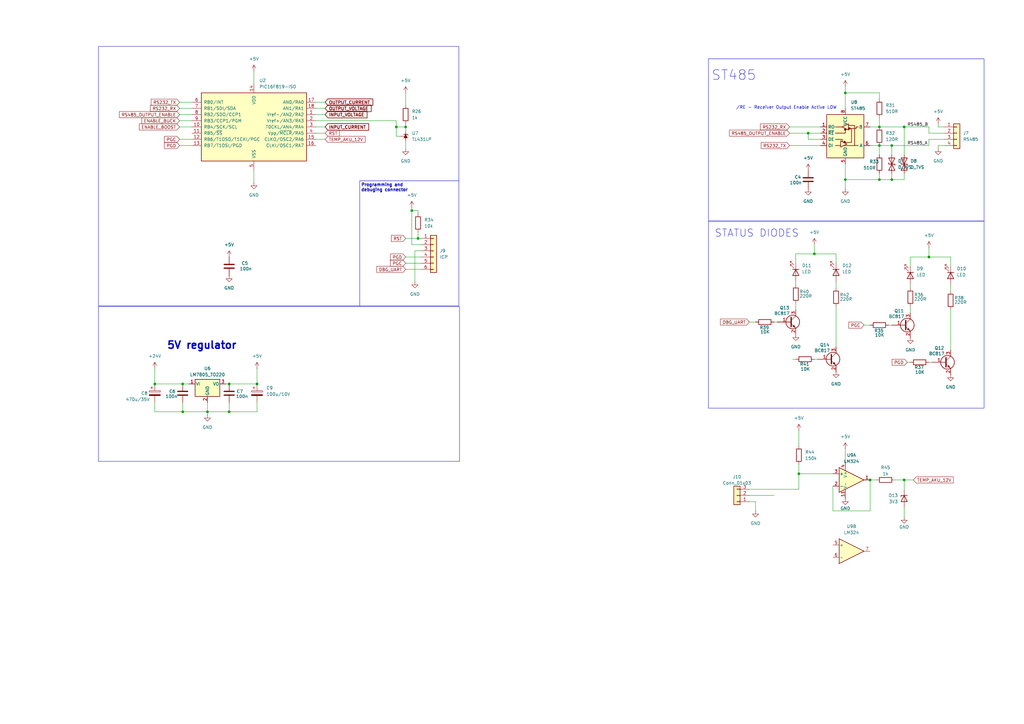
<source format=kicad_sch>
(kicad_sch (version 20231120) (generator "eeschema") (generator_version "8.0")
  (paper "A3")
  (lib_symbols
    (symbol "Amplifier_Operational:LM324" (pin_names (offset 0.127))
      (property "Reference" "U" (at 0 5.08 0))
      (property "Value" "LM324" (at 0 -5.08 0))
      (symbol "LM324_1_1"
        (polyline (pts (xy -5.08 5.08) (xy 5.08 0) (xy -5.08 -5.08) (xy -5.08 5.08)) (stroke (width 0.254)) (fill (type background)))
        (pin output line (at 7.62 0 180) (length 2.54) (name "~") (number "1"))
        (pin input line (at -7.62 -2.54 0) (length 2.54) (name "-") (number "2"))
        (pin input line (at -7.62 2.54 0) (length 2.54) (name "+") (number "3"))
      )
      (symbol "LM324_2_1"
        (polyline (pts (xy -5.08 5.08) (xy 5.08 0) (xy -5.08 -5.08) (xy -5.08 5.08)) (stroke (width 0.254)) (fill (type background)))
        (pin input line (at -7.62 2.54 0) (length 2.54) (name "+") (number "5"))
        (pin input line (at -7.62 -2.54 0) (length 2.54) (name "-") (number "6"))
        (pin output line (at 7.62 0 180) (length 2.54) (name "~") (number "7"))
      )
      (symbol "LM324_3_1"
        (polyline (pts (xy -5.08 5.08) (xy 5.08 0) (xy -5.08 -5.08) (xy -5.08 5.08)) (stroke (width 0.254)) (fill (type background)))
        (pin input line (at -7.62 2.54 0) (length 2.54) (name "+") (number "10"))
        (pin output line (at 7.62 0 180) (length 2.54) (name "~") (number "8"))
        (pin input line (at -7.62 -2.54 0) (length 2.54) (name "-") (number "9"))
      )
      (symbol "LM324_4_1"
        (polyline (pts (xy -5.08 5.08) (xy 5.08 0) (xy -5.08 -5.08) (xy -5.08 5.08)) (stroke (width 0.254)) (fill (type background)))
        (pin input line (at -7.62 2.54 0) (length 2.54) (name "+") (number "12"))
        (pin input line (at -7.62 -2.54 0) (length 2.54) (name "-") (number "13"))
        (pin output line (at 7.62 0 180) (length 2.54) (name "~") (number "14"))
      )
      (symbol "LM324_5_1"
        (pin power_in line (at -2.54 -7.62 90) (length 3.81) (name "V-") (number "11"))
        (pin power_in line (at -2.54 7.62 270) (length 3.81) (name "V+") (number "4"))
      )
    )
    (symbol "Connector_Generic:Conn_01x03" (pin_names (offset 1.016) hide)
      (property "Reference" "J" (at 0 5.08 0))
      (property "Value" "Conn_01x03" (at 0 -5.08 0))
      (symbol "Conn_01x03_1_1"
        (rectangle (start -1.27 -2.413) (end 0 -2.667) (stroke (width 0.1524)))
        (rectangle (start -1.27 0.127) (end 0 -0.127) (stroke (width 0.1524)))
        (rectangle (start -1.27 2.667) (end 0 2.413) (stroke (width 0.1524)))
        (rectangle (start -1.27 3.81) (end 1.27 -3.81) (stroke (width 0.254)) (fill (type background)))
        (pin passive line (at -5.08 2.54 0) (length 3.81) (name "Pin_1") (number "1"))
        (pin passive line (at -5.08 0 0) (length 3.81) (name "Pin_2") (number "2"))
        (pin passive line (at -5.08 -2.54 0) (length 3.81) (name "Pin_3") (number "3"))
      )
    )
    (symbol "Connector_Generic:Conn_01x04" (pin_names (offset 1.016) hide)
      (property "Reference" "J" (at 0 5.08 0))
      (property "Value" "Conn_01x04" (at 0 -7.62 0))
      (symbol "Conn_01x04_1_1"
        (rectangle (start -1.27 -4.953) (end 0 -5.207) (stroke (width 0.1524)))
        (rectangle (start -1.27 -2.413) (end 0 -2.667) (stroke (width 0.1524)))
        (rectangle (start -1.27 0.127) (end 0 -0.127) (stroke (width 0.1524)))
        (rectangle (start -1.27 2.667) (end 0 2.413) (stroke (width 0.1524)))
        (rectangle (start -1.27 3.81) (end 1.27 -6.35) (stroke (width 0.254)) (fill (type background)))
        (pin passive line (at -5.08 2.54 0) (length 3.81) (name "Pin_1") (number "1"))
        (pin passive line (at -5.08 0 0) (length 3.81) (name "Pin_2") (number "2"))
        (pin passive line (at -5.08 -2.54 0) (length 3.81) (name "Pin_3") (number "3"))
        (pin passive line (at -5.08 -5.08 0) (length 3.81) (name "Pin_4") (number "4"))
      )
    )
    (symbol "Connector_Generic:Conn_01x06" (pin_names (offset 1.016) hide)
      (property "Reference" "J" (at 0 7.62 0))
      (property "Value" "Conn_01x06" (at 0 -10.16 0))
      (symbol "Conn_01x06_1_1"
        (rectangle (start -1.27 -7.493) (end 0 -7.747) (stroke (width 0.1524)))
        (rectangle (start -1.27 -4.953) (end 0 -5.207) (stroke (width 0.1524)))
        (rectangle (start -1.27 -2.413) (end 0 -2.667) (stroke (width 0.1524)))
        (rectangle (start -1.27 0.127) (end 0 -0.127) (stroke (width 0.1524)))
        (rectangle (start -1.27 2.667) (end 0 2.413) (stroke (width 0.1524)))
        (rectangle (start -1.27 5.207) (end 0 4.953) (stroke (width 0.1524)))
        (rectangle (start -1.27 6.35) (end 1.27 -8.89) (stroke (width 0.254)) (fill (type background)))
        (pin passive line (at -5.08 5.08 0) (length 3.81) (name "Pin_1") (number "1"))
        (pin passive line (at -5.08 2.54 0) (length 3.81) (name "Pin_2") (number "2"))
        (pin passive line (at -5.08 0 0) (length 3.81) (name "Pin_3") (number "3"))
        (pin passive line (at -5.08 -2.54 0) (length 3.81) (name "Pin_4") (number "4"))
        (pin passive line (at -5.08 -5.08 0) (length 3.81) (name "Pin_5") (number "5"))
        (pin passive line (at -5.08 -7.62 0) (length 3.81) (name "Pin_6") (number "6"))
      )
    )
    (symbol "Device:C" (pin_numbers hide) (pin_names (offset 0.254))
      (property "Reference" "C" (at 0.635 2.54 0))
      (property "Value" "C" (at 0.635 -2.54 0))
      (symbol "C_0_1"
        (polyline (pts (xy -2.032 -0.762) (xy 2.032 -0.762)) (stroke (width 0.508)))
        (polyline (pts (xy -2.032 0.762) (xy 2.032 0.762)) (stroke (width 0.508)))
      )
      (symbol "C_1_1"
        (pin passive line (at 0 3.81 270) (length 2.794) (name "~") (number "1"))
        (pin passive line (at 0 -3.81 90) (length 2.794) (name "~") (number "2"))
      )
    )
    (symbol "Device:C_Polarized" (pin_numbers hide) (pin_names (offset 0.254))
      (property "Reference" "C" (at 0.635 2.54 0))
      (property "Value" "C_Polarized" (at 0.635 -2.54 0))
      (symbol "C_Polarized_0_1"
        (rectangle (start -2.286 0.508) (end 2.286 1.016))
        (polyline (pts (xy -1.778 2.286) (xy -0.762 2.286)))
        (polyline (pts (xy -1.27 2.794) (xy -1.27 1.778)))
        (rectangle (start 2.286 -0.508) (end -2.286 -1.016) (fill (type outline)))
      )
      (symbol "C_Polarized_1_1"
        (pin passive line (at 0 3.81 270) (length 2.794) (name "~") (number "1"))
        (pin passive line (at 0 -3.81 90) (length 2.794) (name "~") (number "2"))
      )
    )
    (symbol "Device:D_TVS" (pin_numbers hide) (pin_names (offset 1.016) hide)
      (property "Reference" "D" (at 0 2.54 0))
      (property "Value" "D_TVS" (at 0 -2.54 0))
      (symbol "D_TVS_0_1"
        (polyline (pts (xy 1.27 0) (xy -1.27 0)))
        (polyline (pts (xy 0.508 1.27) (xy 0 1.27) (xy 0 -1.27) (xy -0.508 -1.27)) (stroke (width 0.254)))
        (polyline (pts (xy -2.54 1.27) (xy -2.54 -1.27) (xy 2.54 1.27) (xy 2.54 -1.27) (xy -2.54 1.27)) (stroke (width 0.254)))
      )
      (symbol "D_TVS_1_1"
        (pin passive line (at -3.81 0 0) (length 2.54) (name "A1") (number "1"))
        (pin passive line (at 3.81 0 180) (length 2.54) (name "A2") (number "2"))
      )
    )
    (symbol "Device:D_Zener" (pin_numbers hide) (pin_names (offset 1.016) hide)
      (property "Reference" "D" (at 0 2.54 0))
      (property "Value" "D_Zener" (at 0 -2.54 0))
      (symbol "D_Zener_0_1"
        (polyline (pts (xy 1.27 0) (xy -1.27 0)))
        (polyline (pts (xy -1.27 -1.27) (xy -1.27 1.27) (xy -0.762 1.27)) (stroke (width 0.254)))
        (polyline (pts (xy 1.27 -1.27) (xy 1.27 1.27) (xy -1.27 0) (xy 1.27 -1.27)) (stroke (width 0.254)))
      )
      (symbol "D_Zener_1_1"
        (pin passive line (at -3.81 0 0) (length 2.54) (name "K") (number "1"))
        (pin passive line (at 3.81 0 180) (length 2.54) (name "A") (number "2"))
      )
    )
    (symbol "Device:LED" (pin_numbers hide) (pin_names (offset 1.016) hide)
      (property "Reference" "D" (at 0 2.54 0))
      (property "Value" "LED" (at 0 -2.54 0))
      (symbol "LED_0_1"
        (polyline (pts (xy -1.27 -1.27) (xy -1.27 1.27)) (stroke (width 0.254)))
        (polyline (pts (xy -1.27 0) (xy 1.27 0)))
        (polyline (pts (xy 1.27 -1.27) (xy 1.27 1.27) (xy -1.27 0) (xy 1.27 -1.27)) (stroke (width 0.254)))
        (polyline (pts (xy -3.048 -0.762) (xy -4.572 -2.286) (xy -3.81 -2.286) (xy -4.572 -2.286) (xy -4.572 -1.524)))
        (polyline (pts (xy -1.778 -0.762) (xy -3.302 -2.286) (xy -2.54 -2.286) (xy -3.302 -2.286) (xy -3.302 -1.524)))
      )
      (symbol "LED_1_1"
        (pin passive line (at -3.81 0 0) (length 2.54) (name "K") (number "1"))
        (pin passive line (at 3.81 0 180) (length 2.54) (name "A") (number "2"))
      )
    )
    (symbol "Device:R" (pin_numbers hide) (pin_names (offset 0))
      (property "Reference" "R" (at 2.032 0 90))
      (property "Value" "R" (at 0 0 90))
      (symbol "R_0_1"
        (rectangle (start -1.016 -2.54) (end 1.016 2.54) (stroke (width 0.254)))
      )
      (symbol "R_1_1"
        (pin passive line (at 0 3.81 270) (length 1.27) (name "~") (number "1"))
        (pin passive line (at 0 -3.81 90) (length 1.27) (name "~") (number "2"))
      )
    )
    (symbol "Interface_UART:ST485EBDR"
      (property "Reference" "U" (at -6.35 8.89 0))
      (property "Value" "ST485EBDR" (at 1.27 8.89 0))
      (symbol "ST485EBDR_0_1"
        (rectangle (start -7.62 7.62) (end 7.62 -10.16) (stroke (width 0.254)) (fill (type background)))
        (circle (center -0.3048 -3.683) (radius 0.3556) (stroke (width 0.254)) (fill (type outline)))
        (circle (center -0.0254 1.4986) (radius 0.3556) (stroke (width 0.254)) (fill (type outline)))
        (polyline (pts (xy -4.064 -5.08) (xy -1.905 -5.08)) (stroke (width 0.254)))
        (polyline (pts (xy -4.064 2.54) (xy -1.27 2.54)) (stroke (width 0.254)))
        (polyline (pts (xy -1.27 -3.2004) (xy -1.27 -3.4544)) (stroke (width 0.254)))
        (polyline (pts (xy -0.635 -5.08) (xy 5.334 -5.08)) (stroke (width 0.254)))
        (polyline (pts (xy -4.064 -2.54) (xy -1.27 -2.54) (xy -1.27 -3.175)) (stroke (width 0.254)))
        (polyline (pts (xy 0 1.27) (xy 0 0) (xy -4.064 0)) (stroke (width 0.254)))
        (polyline (pts (xy 1.27 3.175) (xy 3.81 3.175) (xy 3.81 -5.08)) (stroke (width 0.254)))
        (polyline (pts (xy 2.54 1.905) (xy 2.54 -3.81) (xy 0 -3.81)) (stroke (width 0.254)))
        (polyline (pts (xy -1.905 -3.175) (xy -1.905 -5.715) (xy 0.635 -4.445) (xy -1.905 -3.175)) (stroke (width 0.254)))
        (polyline (pts (xy -1.27 2.54) (xy 1.27 3.81) (xy 1.27 1.27) (xy -1.27 2.54)) (stroke (width 0.254)))
        (polyline (pts (xy 1.905 1.905) (xy 4.445 1.905) (xy 4.445 2.54) (xy 5.334 2.54)) (stroke (width 0.254)))
        (rectangle (start 1.27 3.175) (end 1.27 3.175))
        (circle (center 1.651 1.905) (radius 0.3556) (stroke (width 0.254)) (fill (type outline)))
      )
      (symbol "ST485EBDR_1_1"
        (pin output line (at -10.16 2.54 0) (length 2.54) (name "RO") (number "1"))
        (pin input line (at -10.16 0 0) (length 2.54) (name "~{RE}") (number "2"))
        (pin input line (at -10.16 -2.54 0) (length 2.54) (name "DE") (number "3"))
        (pin input line (at -10.16 -5.08 0) (length 2.54) (name "DI") (number "4"))
        (pin power_in line (at 0 -12.7 90) (length 2.54) (name "GND") (number "5"))
        (pin bidirectional line (at 10.16 -5.08 180) (length 2.54) (name "A") (number "6"))
        (pin bidirectional line (at 10.16 2.54 180) (length 2.54) (name "B") (number "7"))
        (pin power_in line (at 0 10.16 270) (length 2.54) (name "VCC") (number "8"))
      )
    )
    (symbol "MCU_Microchip_PIC16:PIC16F819-ISO" (pin_names (offset 1.016))
      (property "Reference" "U" (at 5.08 17.78 0))
      (property "Value" "PIC16F819-ISO" (at 5.08 15.24 0))
      (symbol "PIC16F819-ISO_0_1"
        (rectangle (start -21.59 13.97) (end 21.59 -13.97) (stroke (width 0.254)) (fill (type background)))
      )
      (symbol "PIC16F819-ISO_1_1"
        (pin bidirectional line (at 25.4 5.08 180) (length 3.81) (name "Vref-/AN2/RA2") (number "1"))
        (pin bidirectional line (at -25.4 0 0) (length 3.81) (name "RB4/SCK/SCL") (number "10"))
        (pin bidirectional line (at -25.4 -2.54 0) (length 3.81) (name "RB5/~{SS}") (number "11"))
        (pin bidirectional line (at -25.4 -5.08 0) (length 3.81) (name "RB6/T1OSO/T1CKI/PGC") (number "12"))
        (pin bidirectional line (at -25.4 -7.62 0) (length 3.81) (name "RB7/T1OSI/PGD") (number "13"))
        (pin power_in line (at 0 17.78 270) (length 3.81) (name "VDD") (number "14"))
        (pin bidirectional line (at 25.4 -5.08 180) (length 3.81) (name "CLKO/OSC2/RA6") (number "15"))
        (pin bidirectional line (at 25.4 -7.62 180) (length 3.81) (name "CLKI/OSC1/RA7") (number "16"))
        (pin bidirectional line (at 25.4 10.16 180) (length 3.81) (name "AN0/RA0") (number "17"))
        (pin bidirectional line (at 25.4 7.62 180) (length 3.81) (name "AN1/RA1") (number "18"))
        (pin bidirectional line (at 25.4 2.54 180) (length 3.81) (name "Vref+/AN3/RA3") (number "2"))
        (pin bidirectional line (at 25.4 0 180) (length 3.81) (name "T0CKL/AN4/RA4") (number "3"))
        (pin input line (at 25.4 -2.54 180) (length 3.81) (name "Vpp/~{MCLR}/RA5") (number "4"))
        (pin power_in line (at 0 -17.78 90) (length 3.81) (name "VSS") (number "5"))
        (pin bidirectional line (at -25.4 10.16 0) (length 3.81) (name "RB0/INT") (number "6"))
        (pin bidirectional line (at -25.4 7.62 0) (length 3.81) (name "RB1/SDI/SDA") (number "7"))
        (pin bidirectional line (at -25.4 5.08 0) (length 3.81) (name "RB2/SDO/CCP1") (number "8"))
        (pin bidirectional line (at -25.4 2.54 0) (length 3.81) (name "RB3/CCP1/PGM") (number "9"))
      )
    )
    (symbol "Reference_Voltage:TL431LP" (pin_numbers hide) (pin_names hide)
      (property "Reference" "U" (at -2.54 2.54 0))
      (property "Value" "TL431LP" (at 0 -2.54 0))
      (symbol "TL431LP_0_1"
        (polyline (pts (xy -1.27 0) (xy 0 0) (xy 1.27 0)))
        (polyline (pts (xy -0.762 0.762) (xy 0.762 0) (xy -0.762 -0.762)) (fill (type outline)))
        (polyline (pts (xy 0.508 -1.016) (xy 0.762 -0.762) (xy 0.762 0.762) (xy 0.762 0.762)) (stroke (width 0.254)))
      )
      (symbol "TL431LP_1_1"
        (pin passive line (at 0 2.54 270) (length 2.54) (name "REF") (number "1"))
        (pin passive line (at -2.54 0 0) (length 2.54) (name "A") (number "2"))
        (pin passive line (at 2.54 0 180) (length 2.54) (name "K") (number "3"))
      )
    )
    (symbol "Regulator_Linear:LM7805_TO220" (pin_names (offset 0.254))
      (property "Reference" "U" (at -3.81 3.175 0))
      (property "Value" "LM7805_TO220" (at 0 3.175 0))
      (symbol "LM7805_TO220_0_1"
        (rectangle (start -5.08 1.905) (end 5.08 -5.08) (stroke (width 0.254)) (fill (type background)))
      )
      (symbol "LM7805_TO220_1_1"
        (pin power_in line (at -7.62 0 0) (length 2.54) (name "VI") (number "1"))
        (pin power_in line (at 0 -7.62 90) (length 2.54) (name "GND") (number "2"))
        (pin power_out line (at 7.62 0 180) (length 2.54) (name "VO") (number "3"))
      )
    )
    (symbol "Transistor_BJT:BC817" (pin_names (offset 0) hide)
      (property "Reference" "Q" (at 5.08 1.905 0))
      (property "Value" "BC817" (at 5.08 0 0))
      (symbol "BC817_0_1"
        (polyline (pts (xy 0.635 0.635) (xy 2.54 2.54)))
        (polyline (pts (xy 0.635 -0.635) (xy 2.54 -2.54) (xy 2.54 -2.54)))
        (polyline (pts (xy 0.635 1.905) (xy 0.635 -1.905) (xy 0.635 -1.905)) (stroke (width 0.508)))
        (polyline (pts (xy 1.27 -1.778) (xy 1.778 -1.27) (xy 2.286 -2.286) (xy 1.27 -1.778) (xy 1.27 -1.778)) (fill (type outline)))
        (circle (center 1.27 0) (radius 2.8194) (stroke (width 0.254)))
      )
      (symbol "BC817_1_1"
        (pin input line (at -5.08 0 0) (length 5.715) (name "B") (number "1"))
        (pin passive line (at 2.54 -5.08 90) (length 2.54) (name "E") (number "2"))
        (pin passive line (at 2.54 5.08 270) (length 2.54) (name "C") (number "3"))
      )
    )
    (symbol "power:+24V" (power) (pin_numbers hide) (pin_names (offset 0) hide)
      (property "Value" "+24V" (at 0 3.556 0))
      (symbol "+24V_0_1"
        (polyline (pts (xy -0.762 1.27) (xy 0 2.54)))
        (polyline (pts (xy 0 0) (xy 0 2.54)))
        (polyline (pts (xy 0 2.54) (xy 0.762 1.27)))
      )
      (symbol "+24V_1_1"
        (pin power_in line (at 0 0 90) (length 0) (name "~") (number "1"))
      )
    )
    (symbol "power:+5V" (power) (pin_numbers hide) (pin_names (offset 0) hide)
      (property "Value" "+5V" (at 0 3.556 0))
      (symbol "+5V_0_1"
        (polyline (pts (xy -0.762 1.27) (xy 0 2.54)))
        (polyline (pts (xy 0 0) (xy 0 2.54)))
        (polyline (pts (xy 0 2.54) (xy 0.762 1.27)))
      )
      (symbol "+5V_1_1"
        (pin power_in line (at 0 0 90) (length 0) (name "~") (number "1"))
      )
    )
    (symbol "power:GND" (power) (pin_numbers hide) (pin_names (offset 0) hide)
      (property "Value" "GND" (at 0 -3.81 0))
      (symbol "GND_0_1"
        (polyline (pts (xy 0 0) (xy 0 -1.27) (xy 1.27 -1.27) (xy 0 -2.54) (xy -1.27 -1.27) (xy 0 -1.27)))
      )
      (symbol "GND_1_1"
        (pin power_in line (at 0 0 270) (length 0) (name "~") (number "1"))
      )
    )
  )
  (junction (at 105.41 157.48))
  (junction (at 63.5 157.48))
  (junction (at 360.68 52.07))
  (junction (at 168.91 86.36))
  (junction (at 370.84 196.85))
  (junction (at 381 105.41))
  (junction (at 365.76 73.66))
  (junction (at 370.84 52.07))
  (junction (at 93.98 168.91))
  (junction (at 166.37 52.07))
  (junction (at 365.76 59.69))
  (junction (at 74.93 168.91))
  (junction (at 346.71 73.66))
  (junction (at 360.68 73.66))
  (junction (at 356.87 196.85))
  (junction (at 162.56 52.07))
  (junction (at 327.66 194.31))
  (junction (at 93.98 157.48))
  (junction (at 360.68 59.69))
  (junction (at 85.09 168.91))
  (junction (at 346.71 38.1))
  (junction (at 74.93 157.48))
  (junction (at 334.01 104.14))
  (junction (at 331.47 54.61))
  (junction (at 171.45 97.79))
  (wire (pts (xy 372.11 148.59) (xy 373.38 148.59)))
  (wire (pts (xy 365.76 59.69) (xy 381 59.69)))
  (wire (pts (xy 381 101.6) (xy 381 105.41)))
  (wire (pts (xy 166.37 58.42) (xy 166.37 60.96)))
  (wire (pts (xy 327.66 200.66) (xy 327.66 194.31)))
  (wire (pts (xy 307.34 200.66) (xy 327.66 200.66)))
  (wire (pts (xy 341.63 209.55) (xy 356.87 209.55)))
  (wire (pts (xy 307.34 203.2) (xy 317.5 203.2)))
  (wire (pts (xy 92.71 157.48) (xy 93.98 157.48)))
  (wire (pts (xy 381 105.41) (xy 389.89 105.41)))
  (wire (pts (xy 365.76 73.66) (xy 360.68 73.66)))
  (wire (pts (xy 387.35 57.15) (xy 381 57.15)))
  (wire (pts (xy 93.98 168.91) (xy 93.98 165.1)))
  (wire (pts (xy 63.5 168.91) (xy 63.5 165.1)))
  (wire (pts (xy 73.66 49.53) (xy 78.74 49.53)))
  (wire (pts (xy 342.9 115.57) (xy 342.9 118.11)))
  (wire (pts (xy 364.49 133.35) (xy 365.76 133.35)))
  (wire (pts (xy 384.81 52.07) (xy 384.81 50.8)))
  (wire (pts (xy 346.71 35.56) (xy 346.71 38.1)))
  (wire (pts (xy 354.33 133.35) (xy 356.87 133.35)))
  (wire (pts (xy 381 57.15) (xy 381 59.69)))
  (wire (pts (xy 166.37 107.95) (xy 172.72 107.95)))
  (wire (pts (xy 85.09 168.91) (xy 85.09 170.18)))
  (wire (pts (xy 326.39 115.57) (xy 326.39 116.84)))
  (wire (pts (xy 171.45 95.25) (xy 171.45 97.79)))
  (wire (pts (xy 331.47 54.61) (xy 336.55 54.61)))
  (wire (pts (xy 171.45 87.63) (xy 171.45 86.36)))
  (wire (pts (xy 334.01 100.33) (xy 334.01 104.14)))
  (wire (pts (xy 389.89 116.84) (xy 389.89 119.38)))
  (wire (pts (xy 105.41 151.13) (xy 105.41 157.48)))
  (wire (pts (xy 93.98 168.91) (xy 105.41 168.91)))
  (wire (pts (xy 356.87 209.55) (xy 356.87 196.85)))
  (wire (pts (xy 309.88 205.74) (xy 309.88 209.55)))
  (wire (pts (xy 105.41 168.91) (xy 105.41 165.1)))
  (wire (pts (xy 172.72 102.87) (xy 170.18 102.87)))
  (wire (pts (xy 360.68 59.69) (xy 365.76 59.69)))
  (wire (pts (xy 373.38 116.84) (xy 373.38 118.11)))
  (wire (pts (xy 323.85 52.07) (xy 336.55 52.07)))
  (wire (pts (xy 73.66 52.07) (xy 78.74 52.07)))
  (wire (pts (xy 346.71 184.15) (xy 346.71 189.23)))
  (wire (pts (xy 384.81 60.96) (xy 384.81 59.69)))
  (wire (pts (xy 334.01 147.32) (xy 335.28 147.32)))
  (wire (pts (xy 384.81 59.69) (xy 387.35 59.69)))
  (wire (pts (xy 342.9 125.73) (xy 342.9 142.24)))
  (wire (pts (xy 129.54 46.99) (xy 133.35 46.99)))
  (wire (pts (xy 104.14 69.85) (xy 104.14 74.93)))
  (wire (pts (xy 317.5 132.08) (xy 318.77 132.08)))
  (wire (pts (xy 373.38 125.73) (xy 373.38 128.27)))
  (wire (pts (xy 166.37 52.07) (xy 166.37 53.34)))
  (wire (pts (xy 323.85 59.69) (xy 336.55 59.69)))
  (wire (pts (xy 373.38 105.41) (xy 373.38 109.22)))
  (wire (pts (xy 77.47 157.48) (xy 74.93 157.48)))
  (wire (pts (xy 166.37 50.8) (xy 166.37 52.07)))
  (wire (pts (xy 370.84 196.85) (xy 370.84 200.66)))
  (wire (pts (xy 346.71 67.31) (xy 346.71 73.66)))
  (wire (pts (xy 162.56 55.88) (xy 162.56 52.07)))
  (wire (pts (xy 163.83 55.88) (xy 162.56 55.88)))
  (wire (pts (xy 327.66 176.53) (xy 327.66 182.88)))
  (wire (pts (xy 346.71 38.1) (xy 346.71 44.45)))
  (wire (pts (xy 307.34 205.74) (xy 309.88 205.74)))
  (wire (pts (xy 168.91 85.09) (xy 168.91 86.36)))
  (wire (pts (xy 166.37 110.49) (xy 172.72 110.49)))
  (wire (pts (xy 73.66 44.45) (xy 78.74 44.45)))
  (wire (pts (xy 170.18 102.87) (xy 170.18 115.57)))
  (wire (pts (xy 331.47 57.15) (xy 331.47 54.61)))
  (wire (pts (xy 370.84 73.66) (xy 365.76 73.66)))
  (wire (pts (xy 327.66 194.31) (xy 327.66 190.5)))
  (wire (pts (xy 360.68 73.66) (xy 346.71 73.66)))
  (wire (pts (xy 73.66 59.69) (xy 78.74 59.69)))
  (wire (pts (xy 365.76 71.12) (xy 365.76 73.66)))
  (wire (pts (xy 341.63 194.31) (xy 327.66 194.31)))
  (wire (pts (xy 93.98 157.48) (xy 105.41 157.48)))
  (wire (pts (xy 162.56 52.07) (xy 166.37 52.07)))
  (wire (pts (xy 360.68 59.69) (xy 360.68 63.5)))
  (wire (pts (xy 85.09 168.91) (xy 93.98 168.91)))
  (wire (pts (xy 360.68 38.1) (xy 346.71 38.1)))
  (wire (pts (xy 360.68 52.07) (xy 370.84 52.07)))
  (wire (pts (xy 323.85 54.61) (xy 331.47 54.61)))
  (wire (pts (xy 356.87 196.85) (xy 359.41 196.85)))
  (wire (pts (xy 74.93 157.48) (xy 63.5 157.48)))
  (wire (pts (xy 381 148.59) (xy 382.27 148.59)))
  (wire (pts (xy 74.93 168.91) (xy 85.09 168.91)))
  (wire (pts (xy 326.39 104.14) (xy 334.01 104.14)))
  (wire (pts (xy 367.03 196.85) (xy 370.84 196.85)))
  (wire (pts (xy 387.35 54.61) (xy 381 54.61)))
  (wire (pts (xy 370.84 71.12) (xy 370.84 73.66)))
  (wire (pts (xy 336.55 57.15) (xy 331.47 57.15)))
  (wire (pts (xy 360.68 40.64) (xy 360.68 38.1)))
  (wire (pts (xy 73.66 57.15) (xy 78.74 57.15)))
  (wire (pts (xy 326.39 124.46) (xy 326.39 127)))
  (wire (pts (xy 370.84 52.07) (xy 381 52.07)))
  (wire (pts (xy 389.89 105.41) (xy 389.89 109.22)))
  (wire (pts (xy 326.39 104.14) (xy 326.39 107.95)))
  (wire (pts (xy 133.35 54.61) (xy 129.54 54.61)))
  (wire (pts (xy 381 54.61) (xy 381 52.07)))
  (wire (pts (xy 74.93 168.91) (xy 63.5 168.91)))
  (wire (pts (xy 162.56 49.53) (xy 162.56 52.07)))
  (wire (pts (xy 172.72 100.33) (xy 168.91 100.33)))
  (wire (pts (xy 168.91 86.36) (xy 171.45 86.36)))
  (wire (pts (xy 129.54 49.53) (xy 162.56 49.53)))
  (wire (pts (xy 334.01 104.14) (xy 342.9 104.14)))
  (polyline (pts (xy 147.574 74.168) (xy 147.574 125.476)))
  (wire (pts (xy 365.76 59.69) (xy 365.76 63.5)))
  (wire (pts (xy 171.45 97.79) (xy 172.72 97.79)))
  (wire (pts (xy 374.65 196.85) (xy 370.84 196.85)))
  (wire (pts (xy 73.66 46.99) (xy 78.74 46.99)))
  (wire (pts (xy 166.37 105.41) (xy 172.72 105.41)))
  (wire (pts (xy 63.5 157.48) (xy 63.5 151.13)))
  (wire (pts (xy 74.93 165.1) (xy 74.93 168.91)))
  (wire (pts (xy 356.87 59.69) (xy 360.68 59.69)))
  (wire (pts (xy 360.68 71.12) (xy 360.68 73.66)))
  (wire (pts (xy 342.9 104.14) (xy 342.9 107.95)))
  (wire (pts (xy 389.89 127) (xy 389.89 143.51)))
  (wire (pts (xy 356.87 52.07) (xy 360.68 52.07)))
  (wire (pts (xy 307.34 132.08) (xy 309.88 132.08)))
  (wire (pts (xy 168.91 86.36) (xy 168.91 100.33)))
  (wire (pts (xy 85.09 165.1) (xy 85.09 168.91)))
  (wire (pts (xy 166.37 97.79) (xy 171.45 97.79)))
  (wire (pts (xy 341.63 199.39) (xy 341.63 209.55)))
  (wire (pts (xy 129.54 57.15) (xy 133.35 57.15)))
  (wire (pts (xy 129.54 52.07) (xy 133.35 52.07)))
  (wire (pts (xy 370.84 52.07) (xy 370.84 63.5)))
  (wire (pts (xy 129.54 44.45) (xy 133.35 44.45)))
  (wire (pts (xy 73.66 41.91) (xy 78.74 41.91)))
  (wire (pts (xy 360.68 48.26) (xy 360.68 52.07)))
  (wire (pts (xy 370.84 212.09) (xy 370.84 208.28)))
  (wire (pts (xy 325.12 147.32) (xy 326.39 147.32)))
  (wire (pts (xy 166.37 38.1) (xy 166.37 43.18)))
  (wire (pts (xy 346.71 73.66) (xy 346.71 77.47)))
  (wire (pts (xy 104.14 29.21) (xy 104.14 34.29)))
  (polyline (pts (xy 188.214 74.168) (xy 147.574 74.168)))
  (wire (pts (xy 373.38 105.41) (xy 381 105.41)))
  (wire (pts (xy 129.54 41.91) (xy 133.35 41.91)))
  (wire (pts (xy 387.35 52.07) (xy 384.81 52.07)))
  (rectangle (start 40.386 19.05) (end 188.214 125.476))
  (rectangle (start 290.576 24.13) (end 403.606 90.678))
  (rectangle (start 40.386 125.73) (end 188.468 189.23))
  (rectangle (start 290.576 90.678) (end 403.606 167.386))
  (text "5V regulator" (at 82.804 141.732 0) (effects (font (size 3 3) (thickness 0.6) (bold yes))))
  (text "STATUS DIODES" (at 310.388 95.758 0) (effects (font (size 3 3))))
  (text "Programming and\ndebuging connector" (at 148.082 76.962 0) (effects (font (size 1.27 1.27) (bold yes)) (justify left)))
  (text "/RE - Receiver Output Enable Active LOW" (at 322.58 44.196 0) (effects (font (size 1.27 1.27))))
  (text "ST485" (at 300.99 30.988 0) (effects (font (size 4 4))))
  (label "RS485_B" (at 372.11 52.07 0))
  (label "RS485_A" (at 372.11 59.69 0))
  (global_label "RS485_OUTPUT_ENABLE" (shape input) (at 73.66 46.99 180) (property "Intersheetrefs" "${INTERSHEET_REFS}" (effects (hide yes))))
  (global_label "INPUT_VOLTAGE" (shape input) (at 133.35 46.99 0) (effects (font (bold yes))) (property "Intersheetrefs" "${INTERSHEET_REFS}" (effects (hide yes))))
  (global_label "TEMP_AKU_12V" (shape input) (at 374.65 196.85 0) (property "Intersheetrefs" "${INTERSHEET_REFS}" (effects (hide yes))))
  (global_label "RS232_TX" (shape input) (at 323.85 59.69 180) (property "Intersheetrefs" "${INTERSHEET_REFS}" (effects (hide yes))))
  (global_label "DBG_UART" (shape input) (at 166.37 110.49 180) (property "Intersheetrefs" "${INTERSHEET_REFS}" (effects (hide yes))))
  (global_label "ENABLE_BOOST" (shape input) (at 73.66 52.07 180) (property "Intersheetrefs" "${INTERSHEET_REFS}" (effects (hide yes))))
  (global_label "PGC" (shape input) (at 354.33 133.35 180) (property "Intersheetrefs" "${INTERSHEET_REFS}" (effects (hide yes))))
  (global_label "RS485_OUTPUT_ENABLE" (shape input) (at 323.85 54.61 180) (property "Intersheetrefs" "${INTERSHEET_REFS}" (effects (hide yes))))
  (global_label "PGC" (shape input) (at 73.66 57.15 180) (property "Intersheetrefs" "${INTERSHEET_REFS}" (effects (hide yes))))
  (global_label "DBG_UART" (shape input) (at 307.34 132.08 180) (property "Intersheetrefs" "${INTERSHEET_REFS}" (effects (hide yes))))
  (global_label "INPUT_CURRENT" (shape input) (at 133.35 52.07 0) (effects (font (bold yes))) (property "Intersheetrefs" "${INTERSHEET_REFS}" (effects (hide yes))))
  (global_label "OUTPUT_VOLTAGE" (shape input) (at 133.35 44.45 0) (effects (font (bold yes))) (property "Intersheetrefs" "${INTERSHEET_REFS}" (effects (hide yes))))
  (global_label "RST" (shape input) (at 166.37 97.79 180) (property "Intersheetrefs" "${INTERSHEET_REFS}" (effects (hide yes))))
  (global_label "TEMP_AKU_12V" (shape input) (at 133.35 57.15 0) (property "Intersheetrefs" "${INTERSHEET_REFS}" (effects (hide yes))))
  (global_label "RST" (shape input) (at 133.35 54.61 0) (property "Intersheetrefs" "${INTERSHEET_REFS}" (effects (hide yes))))
  (global_label "ENABLE_BUCK" (shape input) (at 73.66 49.53 180) (property "Intersheetrefs" "${INTERSHEET_REFS}" (effects (hide yes))))
  (global_label "PGD" (shape input) (at 73.66 59.69 180) (property "Intersheetrefs" "${INTERSHEET_REFS}" (effects (hide yes))))
  (global_label "PGC" (shape input) (at 166.37 107.95 180) (property "Intersheetrefs" "${INTERSHEET_REFS}" (effects (hide yes))))
  (global_label "PGD" (shape input) (at 372.11 148.59 180) (property "Intersheetrefs" "${INTERSHEET_REFS}" (effects (hide yes))))
  (global_label "RS232_RX" (shape input) (at 73.66 44.45 180) (property "Intersheetrefs" "${INTERSHEET_REFS}" (effects (hide yes))))
  (global_label "PGD" (shape input) (at 166.37 105.41 180) (property "Intersheetrefs" "${INTERSHEET_REFS}" (effects (hide yes))))
  (global_label "OUTPUT_CURRENT" (shape input) (at 133.35 41.91 0) (effects (font (bold yes))) (property "Intersheetrefs" "${INTERSHEET_REFS}" (effects (hide yes))))
  (global_label "RS232_RX" (shape input) (at 323.85 52.07 180) (property "Intersheetrefs" "${INTERSHEET_REFS}" (effects (hide yes))))
  (global_label "RS232_TX" (shape input) (at 73.66 41.91 180) (property "Intersheetrefs" "${INTERSHEET_REFS}" (effects (hide yes))))
  (symbol (lib_id "power:+5V") (at 168.91 85.09 0) (unit 1)
    (property "Reference" "#PWR046" (effects (hide yes)))
    (property "Value" "+5V" (at 168.91 80.01 0))
    (property "Description" "Power symbol creates a global label with name \"+5V\"" (effects (hide yes)))
  )
  (symbol (lib_id "Interface_UART:ST485EBDR") (at 346.71 54.61 0) (unit 1)
    (property "Reference" "U8" (at 348.9041 41.91 0) (effects (justify left)))
    (property "Value" "ST485" (at 348.9041 44.45 0) (effects (justify left)))
    (property "Footprint" "Package_SO:SOIC-8_3.9x4.9mm_P1.27mm" (effects (hide yes)))
    (property "Datasheet" "http://www.st.com/resource/en/datasheet/st485eb.pdf" (effects (hide yes)))
    (property "Description" "Half duplex RS-485/RS-422, 5 Mbps, ±15kV electro-static discharge (ESD) protection, no slew-rate, with low-power shutdown, with receiver/driver enable, 256 transceiver on the bus - 40 to 85 °C, SOIC-8" (effects (hide yes)))
  )
  (symbol (lib_id "power:GND") (at 346.71 77.47 0) (unit 1)
    (property "Reference" "#PWR043" (effects (hide yes)))
    (property "Value" "GND" (at 346.71 82.55 0))
    (property "Description" "Power symbol creates a global label with name \"GND\" , ground" (effects (hide yes)))
  )
  (symbol (lib_id "Regulator_Linear:LM7805_TO220") (at 85.09 157.48 0) (unit 1)
    (property "Reference" "U6" (at 85.09 151.13 0))
    (property "Value" "LM7805_TO220" (at 85.09 153.67 0))
    (property "Footprint" "Package_TO_SOT_THT:TO-220-3_Vertical" (effects (hide yes)))
    (property "Datasheet" "https://www.onsemi.cn/PowerSolutions/document/MC7800-D.PDF" (effects (hide yes)))
    (property "Description" "Positive 1A 35V Linear Regulator, Fixed Output 5V, TO-220" (effects (hide yes)))
  )
  (symbol (lib_id "Connector_Generic:Conn_01x04") (at 392.43 54.61 0) (unit 1)
    (property "Reference" "J7" (at 394.97 54.6099 0) (effects (justify left)))
    (property "Value" "RS485" (at 394.97 57.1499 0) (effects (justify left)))
    (property "Footprint" "Connector_PinHeader_2.54mm:PinHeader_1x04_P2.54mm_Vertical" (effects (hide yes)))
    (property "Description" "Generic connector, single row, 01x04, script generated (kicad-library-utils/schlib/autogen/connector/)" (effects (hide yes)))
  )
  (symbol (lib_id "power:+5V") (at 93.98 105.41 0) (unit 1)
    (property "Reference" "#PWR048" (effects (hide yes)))
    (property "Value" "+5V" (at 93.98 100.33 0))
    (property "Description" "Power symbol creates a global label with name \"+5V\"" (effects (hide yes)))
  )
  (symbol (lib_id "Amplifier_Operational:LM324") (at 349.25 196.85 0) (unit 5)
    (property "Reference" "U9" (effects (hide yes)))
    (property "Value" "LM324" (effects (hide yes)))
    (property "Footprint" "Package_SO:SOIC-14_3.9x8.7mm_P1.27mm" (effects (hide yes)))
    (property "Datasheet" "http://www.ti.com/lit/ds/symlink/lm2902-n.pdf" (effects (hide yes)))
    (property "Description" "Low-Power, Quad-Operational Amplifiers, DIP-14/SOIC-14/SSOP-14" (effects (hide yes)))
  )
  (symbol (lib_id "Device:R") (at 360.68 133.35 270) (unit 1)
    (property "Reference" "R35" (at 362.458 135.636 90) (effects (justify right)))
    (property "Value" "10K" (at 362.712 137.414 90) (effects (justify right)))
    (property "Footprint" "Resistor_SMD:R_0805_2012Metric_Pad1.20x1.40mm_HandSolder" (effects (hide yes)))
    (property "Description" "Resistor" (effects (hide yes)))
  )
  (symbol (lib_id "Connector_Generic:Conn_01x03") (at 302.26 203.2 180) (unit 1)
    (property "Reference" "J10" (at 302.26 195.58 0))
    (property "Value" "Conn_01x03" (at 302.26 198.12 0))
    (property "Footprint" "Connector_JST:JST_EH_B3B-EH-A_1x03_P2.50mm_Vertical" (effects (hide yes)))
    (property "Description" "Generic connector, single row, 01x03, script generated (kicad-library-utils/schlib/autogen/connector/)" (effects (hide yes)))
  )
  (symbol (lib_id "power:GND") (at 166.37 60.96 0) (unit 1)
    (property "Reference" "#PWR033" (effects (hide yes)))
    (property "Value" "GND" (at 166.37 66.04 0))
    (property "Description" "Power symbol creates a global label with name \"GND\" , ground" (effects (hide yes)))
  )
  (symbol (lib_id "power:+24V") (at 63.5 151.13 0) (unit 1)
    (property "Reference" "#PWR036" (effects (hide yes)))
    (property "Value" "+24V" (at 63.5 146.05 0))
    (property "Description" "Power symbol creates a global label with name \"+24V\"" (effects (hide yes)))
  )
  (symbol (lib_id "Device:R") (at 166.37 46.99 180) (unit 1)
    (property "Reference" "R26" (at 168.91 45.7199 0) (effects (justify right)))
    (property "Value" "1k" (at 168.91 48.2599 0) (effects (justify right)))
    (property "Footprint" "Resistor_SMD:R_0805_2012Metric" (effects (hide yes)))
    (property "Description" "Resistor" (effects (hide yes)))
  )
  (symbol (lib_id "power:GND") (at 389.89 153.67 0) (unit 1)
    (property "Reference" "#PWR052" (effects (hide yes)))
    (property "Value" "GND" (at 389.89 158.75 0))
    (property "Description" "Power symbol creates a global label with name \"GND\" , ground" (effects (hide yes)))
  )
  (symbol (lib_id "Transistor_BJT:BC817") (at 370.84 133.35 0) (unit 1)
    (property "Reference" "Q11" (at 366.776 127.508 0) (effects (justify left)))
    (property "Value" "BC817" (at 364.49 129.794 0) (effects (justify left)))
    (property "Footprint" "Package_TO_SOT_SMD:SOT-23" (effects (hide yes)))
    (property "Datasheet" "http://www.fairchildsemi.com/ds/BC/BC817.pdf" (effects (hide yes)))
  )
  (symbol (lib_id "Device:C_Polarized") (at 63.5 161.29 0) (unit 1)
    (property "Reference" "C8" (at 57.912 161.29 0) (effects (justify left)))
    (property "Value" "470u/35V" (at 51.562 163.83 0) (effects (justify left)))
    (property "Description" "Polarized capacitor" (effects (hide yes)))
  )
  (symbol (lib_id "Device:R") (at 330.2 147.32 270) (unit 1)
    (property "Reference" "R41" (at 331.978 149.352 90) (effects (justify right)))
    (property "Value" "10K" (at 332.232 151.384 90) (effects (justify right)))
    (property "Footprint" "Resistor_SMD:R_0805_2012Metric_Pad1.20x1.40mm_HandSolder" (effects (hide yes)))
    (property "Description" "Resistor" (effects (hide yes)))
  )
  (symbol (lib_id "power:+5V") (at 104.14 29.21 0) (unit 1)
    (property "Reference" "#PWR031" (effects (hide yes)))
    (property "Value" "+5V" (at 104.14 24.13 0))
    (property "Description" "Power symbol creates a global label with name \"+5V\"" (effects (hide yes)))
  )
  (symbol (lib_id "power:GND") (at 373.38 138.43 0) (unit 1)
    (property "Reference" "#PWR050" (effects (hide yes)))
    (property "Value" "GND" (at 373.38 143.51 0))
    (property "Description" "Power symbol creates a global label with name \"GND\" , ground" (effects (hide yes)))
  )
  (symbol (lib_id "power:+5V") (at 384.81 50.8 0) (unit 1)
    (property "Reference" "#PWR044" (effects (hide yes)))
    (property "Value" "+5V" (at 384.81 45.72 0))
    (property "Description" "Power symbol creates a global label with name \"+5V\"" (effects (hide yes)))
  )
  (symbol (lib_id "Device:R") (at 342.9 121.92 180) (unit 1)
    (property "Reference" "R42" (at 344.424 120.904 0) (effects (justify right)))
    (property "Value" "220R" (at 344.424 122.682 0) (effects (justify right)))
    (property "Footprint" "Resistor_SMD:R_0805_2012Metric_Pad1.20x1.40mm_HandSolder" (effects (hide yes)))
    (property "Description" "Resistor" (effects (hide yes)))
  )
  (symbol (lib_id "Device:R") (at 373.38 121.92 180) (unit 1)
    (property "Reference" "R36" (at 374.904 120.904 0) (effects (justify right)))
    (property "Value" "220R" (at 374.904 122.682 0) (effects (justify right)))
    (property "Footprint" "Resistor_SMD:R_0805_2012Metric_Pad1.20x1.40mm_HandSolder" (effects (hide yes)))
    (property "Description" "Resistor" (effects (hide yes)))
  )
  (symbol (lib_id "power:GND") (at 309.88 209.55 0) (unit 1)
    (property "Reference" "#PWR056" (effects (hide yes)))
    (property "Value" "GND" (at 309.88 214.63 0))
    (property "Description" "Power symbol creates a global label with name \"GND\" , ground" (effects (hide yes)))
  )
  (symbol (lib_id "Transistor_BJT:BC817") (at 323.85 132.08 0) (unit 1)
    (property "Reference" "Q13" (at 319.786 126.238 0) (effects (justify left)))
    (property "Value" "BC817" (at 317.5 128.524 0) (effects (justify left)))
    (property "Footprint" "Package_TO_SOT_SMD:SOT-23" (effects (hide yes)))
    (property "Datasheet" "http://www.fairchildsemi.com/ds/BC/BC817.pdf" (effects (hide yes)))
  )
  (symbol (lib_id "power:+5V") (at 346.71 184.15 0) (unit 1)
    (property "Reference" "#PWR058" (effects (hide yes)))
    (property "Value" "+5V" (at 346.71 179.07 0))
    (property "Description" "Power symbol creates a global label with name \"+5V\"" (effects (hide yes)))
  )
  (symbol (lib_id "power:GND") (at 170.18 115.57 0) (unit 1)
    (property "Reference" "#PWR047" (effects (hide yes)))
    (property "Value" "GND" (at 170.18 120.65 0))
    (property "Description" "Power symbol creates a global label with name \"GND\" , ground" (effects (hide yes)))
  )
  (symbol (lib_id "Device:R") (at 313.69 132.08 270) (unit 1)
    (property "Reference" "R39" (at 315.468 134.366 90) (effects (justify right)))
    (property "Value" "10K" (at 315.722 136.144 90) (effects (justify right)))
    (property "Footprint" "Resistor_SMD:R_0805_2012Metric_Pad1.20x1.40mm_HandSolder" (effects (hide yes)))
    (property "Description" "Resistor" (effects (hide yes)))
  )
  (symbol (lib_id "power:GND") (at 93.98 113.03 0) (unit 1)
    (property "Reference" "#PWR049" (effects (hide yes)))
    (property "Value" "GND" (at 93.98 118.11 0))
    (property "Description" "Power symbol creates a global label with name \"GND\" , ground" (effects (hide yes)))
  )
  (symbol (lib_id "Device:C") (at 93.98 161.29 0) (unit 1)
    (property "Reference" "C7" (at 97.028 160.528 0) (effects (justify left)))
    (property "Value" "100n" (at 96.774 162.56 0) (effects (justify left)))
    (property "Footprint" "Capacitor_SMD:C_0805_2012Metric_Pad1.18x1.45mm_HandSolder" (effects (hide yes)))
    (property "Description" "Unpolarized capacitor" (effects (hide yes)))
  )
  (symbol (lib_id "Transistor_BJT:BC817") (at 387.35 148.59 0) (unit 1)
    (property "Reference" "Q12" (at 383.286 142.748 0) (effects (justify left)))
    (property "Value" "BC817" (at 381 145.034 0) (effects (justify left)))
    (property "Footprint" "Package_TO_SOT_SMD:SOT-23" (effects (hide yes)))
    (property "Datasheet" "http://www.fairchildsemi.com/ds/BC/BC817.pdf" (effects (hide yes)))
  )
  (symbol (lib_id "Device:D_Zener") (at 370.84 204.47 90) (mirror x) (unit 1)
    (property "Reference" "D13" (at 368.3 203.1999 90) (effects (justify left)))
    (property "Value" "3V3" (at 368.3 205.7399 90) (effects (justify left)))
    (property "Footprint" "Diode_SMD:D_MiniMELF" (effects (hide yes)))
    (property "Description" "Zener diode" (effects (hide yes)))
  )
  (symbol (lib_id "power:+5V") (at 331.47 69.85 0) (unit 1)
    (property "Reference" "#PWR040" (effects (hide yes)))
    (property "Value" "+5V" (at 331.47 64.77 0))
    (property "Description" "Power symbol creates a global label with name \"+5V\"" (effects (hide yes)))
  )
  (symbol (lib_id "Device:R") (at 360.68 44.45 0) (unit 1)
    (property "Reference" "R31" (at 363.22 43.1799 0) (effects (justify left)))
    (property "Value" "510R" (at 363.22 45.7199 0) (effects (justify left)))
    (property "Footprint" "Resistor_SMD:R_0805_2012Metric_Pad1.20x1.40mm_HandSolder" (effects (hide yes)))
    (property "Description" "Resistor" (effects (hide yes)))
  )
  (symbol (lib_id "Device:C") (at 74.93 161.29 0) (unit 1)
    (property "Reference" "C6" (at 69.342 160.528 0) (effects (justify left)))
    (property "Value" "100n" (at 67.818 162.56 0) (effects (justify left)))
    (property "Footprint" "Capacitor_SMD:C_0805_2012Metric_Pad1.18x1.45mm_HandSolder" (effects (hide yes)))
    (property "Description" "Unpolarized capacitor" (effects (hide yes)))
  )
  (symbol (lib_id "Reference_Voltage:TL431LP") (at 166.37 55.88 90) (unit 1)
    (property "Reference" "U7" (at 168.91 54.6099 90) (effects (justify right)))
    (property "Value" "TL431LP" (at 168.91 57.1499 90) (effects (justify right)))
    (property "Footprint" "Package_TO_SOT_THT:TO-92_Inline" (effects (hide yes)))
    (property "Datasheet" "http://www.ti.com/lit/ds/symlink/tl431.pdf" (effects (hide yes)))
    (property "Description" "Shunt Regulator, TO-92" (effects (hide yes)))
  )
  (symbol (lib_id "Device:LED") (at 389.89 113.03 270) (unit 1)
    (property "Reference" "D10" (at 392.43 110.1724 90) (effects (justify left)))
    (property "Value" "LED" (at 392.43 112.7124 90) (effects (justify left)))
    (property "Footprint" "LED_THT:LED_D5.0mm" (effects (hide yes)))
    (property "Description" "Light emitting diode" (effects (hide yes)))
  )
  (symbol (lib_id "power:GND") (at 342.9 152.4 0) (unit 1)
    (property "Reference" "#PWR055" (effects (hide yes)))
    (property "Value" "GND" (at 342.9 157.48 0))
    (property "Description" "Power symbol creates a global label with name \"GND\" , ground" (effects (hide yes)))
  )
  (symbol (lib_id "Device:R") (at 326.39 120.65 180) (unit 1)
    (property "Reference" "R40" (at 327.914 119.634 0) (effects (justify right)))
    (property "Value" "220R" (at 327.914 121.412 0) (effects (justify right)))
    (property "Footprint" "Resistor_SMD:R_0805_2012Metric_Pad1.20x1.40mm_HandSolder" (effects (hide yes)))
    (property "Description" "Resistor" (effects (hide yes)))
  )
  (symbol (lib_id "power:GND") (at 85.09 170.18 0) (unit 1)
    (property "Reference" "#PWR039" (effects (hide yes)))
    (property "Value" "GND" (at 85.09 175.26 0))
    (property "Description" "Power symbol creates a global label with name \"GND\" , ground" (effects (hide yes)))
  )
  (symbol (lib_id "power:GND") (at 346.71 204.47 0) (unit 1)
    (property "Reference" "#PWR059" (effects (hide yes)))
    (property "Value" "GND" (at 346.71 208.534 0))
    (property "Description" "Power symbol creates a global label with name \"GND\" , ground" (effects (hide yes)))
  )
  (symbol (lib_id "power:GND") (at 370.84 212.09 0) (unit 1)
    (property "Reference" "#PWR060" (effects (hide yes)))
    (property "Value" "GND" (at 370.84 216.154 0))
    (property "Description" "Power symbol creates a global label with name \"GND\" , ground" (effects (hide yes)))
  )
  (symbol (lib_id "Device:R") (at 360.68 55.88 0) (unit 1)
    (property "Reference" "R32" (at 363.22 54.6099 0) (effects (justify left)))
    (property "Value" "120R" (at 363.22 57.1499 0) (effects (justify left)))
    (property "Footprint" "Resistor_SMD:R_0805_2012Metric_Pad1.20x1.40mm_HandSolder" (effects (hide yes)))
    (property "Description" "Resistor" (effects (hide yes)))
  )
  (symbol (lib_id "Device:LED") (at 373.38 113.03 270) (unit 1)
    (property "Reference" "D9" (at 375.92 110.1724 90) (effects (justify left)))
    (property "Value" "LED" (at 375.92 112.7124 90) (effects (justify left)))
    (property "Footprint" "LED_THT:LED_D5.0mm" (effects (hide yes)))
    (property "Description" "Light emitting diode" (effects (hide yes)))
  )
  (symbol (lib_id "power:GND") (at 104.14 74.93 0) (unit 1)
    (property "Reference" "#PWR038" (effects (hide yes)))
    (property "Value" "GND" (at 104.14 80.01 0))
    (property "Description" "Power symbol creates a global label with name \"GND\" , ground" (effects (hide yes)))
  )
  (symbol (lib_id "power:+5V") (at 334.01 100.33 0) (unit 1)
    (property "Reference" "#PWR054" (effects (hide yes)))
    (property "Value" "+5V" (at 334.01 95.25 0))
    (property "Description" "Power symbol creates a global label with name \"+5V\"" (effects (hide yes)))
  )
  (symbol (lib_id "Device:C_Polarized") (at 105.41 161.29 0) (unit 1)
    (property "Reference" "C9" (at 109.22 159.1309 0) (effects (justify left)))
    (property "Value" "100u/10V" (at 109.22 161.6709 0) (effects (justify left)))
    (property "Description" "Polarized capacitor" (effects (hide yes)))
  )
  (symbol (lib_id "power:GND") (at 384.81 60.96 0) (unit 1)
    (property "Reference" "#PWR045" (effects (hide yes)))
    (property "Value" "GND" (at 384.81 66.04 0))
    (property "Description" "Power symbol creates a global label with name \"GND\" , ground" (effects (hide yes)))
  )
  (symbol (lib_id "Amplifier_Operational:LM324") (at 349.25 196.85 0) (unit 1)
    (property "Reference" "U9" (at 349.25 186.69 0))
    (property "Value" "LM324" (at 349.25 189.23 0))
    (property "Footprint" "Package_SO:SOIC-14_3.9x8.7mm_P1.27mm" (effects (hide yes)))
    (property "Datasheet" "http://www.ti.com/lit/ds/symlink/lm2902-n.pdf" (effects (hide yes)))
    (property "Description" "Low-Power, Quad-Operational Amplifiers, DIP-14/SOIC-14/SSOP-14" (effects (hide yes)))
  )
  (symbol (lib_id "power:GND") (at 326.39 137.16 0) (unit 1)
    (property "Reference" "#PWR053" (effects (hide yes)))
    (property "Value" "GND" (at 326.39 142.24 0))
    (property "Description" "Power symbol creates a global label with name \"GND\" , ground" (effects (hide yes)))
  )
  (symbol (lib_id "Device:R") (at 389.89 123.19 180) (unit 1)
    (property "Reference" "R38" (at 391.414 122.174 0) (effects (justify right)))
    (property "Value" "220R" (at 391.414 123.952 0) (effects (justify right)))
    (property "Footprint" "Resistor_SMD:R_0805_2012Metric_Pad1.20x1.40mm_HandSolder" (effects (hide yes)))
    (property "Description" "Resistor" (effects (hide yes)))
  )
  (symbol (lib_id "Amplifier_Operational:LM324") (at 349.25 226.06 0) (unit 2)
    (property "Reference" "U9" (at 349.25 215.9 0))
    (property "Value" "LM324" (at 349.25 218.44 0))
    (property "Footprint" "Package_SO:SOIC-14_3.9x8.7mm_P1.27mm" (effects (hide yes)))
    (property "Datasheet" "http://www.ti.com/lit/ds/symlink/lm2902-n.pdf" (effects (hide yes)))
    (property "Description" "Low-Power, Quad-Operational Amplifiers, DIP-14/SOIC-14/SSOP-14" (effects (hide yes)))
  )
  (symbol (lib_id "Device:R") (at 327.66 186.69 0) (unit 1)
    (property "Reference" "R44" (at 330.2 185.4199 0) (effects (justify left)))
    (property "Value" "150k" (at 330.2 187.9599 0) (effects (justify left)))
    (property "Footprint" "Resistor_SMD:R_0805_2012Metric_Pad1.20x1.40mm_HandSolder" (effects (hide yes)))
    (property "Description" "Resistor" (effects (hide yes)))
  )
  (symbol (lib_id "Device:R") (at 377.19 148.59 270) (unit 1)
    (property "Reference" "R37" (at 378.968 150.622 90) (effects (justify right)))
    (property "Value" "10K" (at 379.222 152.654 90) (effects (justify right)))
    (property "Footprint" "Resistor_SMD:R_0805_2012Metric_Pad1.20x1.40mm_HandSolder" (effects (hide yes)))
    (property "Description" "Resistor" (effects (hide yes)))
  )
  (symbol (lib_id "power:+5V") (at 166.37 38.1 0) (unit 1)
    (property "Reference" "#PWR032" (effects (hide yes)))
    (property "Value" "+5V" (at 166.37 33.02 0))
    (property "Description" "Power symbol creates a global label with name \"+5V\"" (effects (hide yes)))
  )
  (symbol (lib_id "Device:C") (at 93.98 109.22 0) (unit 1)
    (property "Reference" "C5" (at 99.06 107.95 0) (effects (justify left)))
    (property "Value" "100n" (at 98.298 110.236 0) (effects (justify left)))
    (property "Footprint" "Capacitor_SMD:C_0805_2012Metric_Pad1.18x1.45mm_HandSolder" (effects (hide yes)))
    (property "Description" "Unpolarized capacitor" (effects (hide yes)))
  )
  (symbol (lib_id "Device:R") (at 171.45 91.44 0) (unit 1)
    (property "Reference" "R34" (at 173.99 90.1699 0) (effects (justify left)))
    (property "Value" "10k" (at 173.99 92.7099 0) (effects (justify left)))
    (property "Footprint" "Resistor_SMD:R_0805_2012Metric_Pad1.20x1.40mm_HandSolder" (effects (hide yes)))
    (property "Description" "Resistor" (effects (hide yes)))
  )
  (symbol (lib_id "Device:R") (at 360.68 67.31 0) (unit 1)
    (property "Reference" "R33" (at 356.616 66.294 0) (effects (justify left)))
    (property "Value" "510R" (at 354.076 68.834 0) (effects (justify left)))
    (property "Footprint" "Resistor_SMD:R_0805_2012Metric_Pad1.20x1.40mm_HandSolder" (effects (hide yes)))
    (property "Description" "Resistor" (effects (hide yes)))
  )
  (symbol (lib_id "Device:LED") (at 342.9 111.76 270) (unit 1)
    (property "Reference" "D12" (at 345.44 108.9024 90) (effects (justify left)))
    (property "Value" "LED" (at 345.44 111.4424 90) (effects (justify left)))
    (property "Footprint" "LED_THT:LED_D5.0mm" (effects (hide yes)))
    (property "Description" "Light emitting diode" (effects (hide yes)))
  )
  (symbol (lib_id "Transistor_BJT:BC817") (at 340.36 147.32 0) (unit 1)
    (property "Reference" "Q14" (at 336.296 141.478 0) (effects (justify left)))
    (property "Value" "BC817" (at 334.01 143.764 0) (effects (justify left)))
    (property "Footprint" "Package_TO_SOT_SMD:SOT-23" (effects (hide yes)))
    (property "Datasheet" "http://www.fairchildsemi.com/ds/BC/BC817.pdf" (effects (hide yes)))
  )
  (symbol (lib_id "Device:R") (at 363.22 196.85 90) (unit 1)
    (property "Reference" "R45" (at 363.22 191.77 90))
    (property "Value" "1k" (at 363.22 194.31 90))
    (property "Footprint" "Resistor_SMD:R_0805_2012Metric_Pad1.20x1.40mm_HandSolder" (effects (hide yes)))
    (property "Description" "Resistor" (effects (hide yes)))
  )
  (symbol (lib_id "power:+5V") (at 327.66 176.53 0) (unit 1)
    (property "Reference" "#PWR057" (effects (hide yes)))
    (property "Value" "+5V" (at 327.66 171.45 0))
    (property "Description" "Power symbol creates a global label with name \"+5V\"" (effects (hide yes)))
  )
  (symbol (lib_id "Connector_Generic:Conn_01x06") (at 177.8 102.87 0) (unit 1)
    (property "Reference" "J9" (at 180.34 102.8699 0) (effects (justify left)))
    (property "Value" "ICP" (at 180.34 105.4099 0) (effects (justify left)))
    (property "Footprint" "Connector_PinHeader_2.54mm:PinHeader_1x06_P2.54mm_Vertical" (effects (hide yes)))
    (property "Description" "Generic connector, single row, 01x06, script generated (kicad-library-utils/schlib/autogen/connector/)" (effects (hide yes)))
  )
  (symbol (lib_id "power:+5V") (at 346.71 35.56 0) (unit 1)
    (property "Reference" "#PWR042" (effects (hide yes)))
    (property "Value" "+5V" (at 346.71 30.48 0))
    (property "Description" "Power symbol creates a global label with name \"+5V\"" (effects (hide yes)))
  )
  (symbol (lib_id "power:GND") (at 331.47 77.47 0) (unit 1)
    (property "Reference" "#PWR041" (effects (hide yes)))
    (property "Value" "GND" (at 331.47 82.55 0))
    (property "Description" "Power symbol creates a global label with name \"GND\" , ground" (effects (hide yes)))
  )
  (symbol (lib_id "MCU_Microchip_PIC16:PIC16F819-ISO") (at 104.14 52.07 0) (unit 1)
    (property "Reference" "U2" (at 106.3341 33.02 0) (effects (justify left)))
    (property "Value" "PIC16F819-ISO" (at 106.3341 35.56 0) (effects (justify left)))
    (property "Datasheet" "http://ww1.microchip.com/downloads/en/DeviceDoc/39598F.pdf" (effects (hide yes)))
    (property "Description" "PIC16F819, 3584B Flash, 256B SRAM, 256B EEPROM, ADC, SOIC18" (effects (hide yes)))
  )
  (symbol (lib_id "Device:LED") (at 326.39 111.76 270) (unit 1)
    (property "Reference" "D11" (at 328.93 108.9024 90) (effects (justify left)))
    (property "Value" "LED" (at 328.93 111.4424 90) (effects (justify left)))
    (property "Footprint" "LED_THT:LED_D5.0mm" (effects (hide yes)))
    (property "Description" "Light emitting diode" (effects (hide yes)))
  )
  (symbol (lib_id "Device:C") (at 331.47 73.66 0) (unit 1)
    (property "Reference" "C4" (at 325.882 72.644 0) (effects (justify left)))
    (property "Value" "100n" (at 323.85 74.93 0) (effects (justify left)))
    (property "Footprint" "Capacitor_SMD:C_0805_2012Metric_Pad1.18x1.45mm_HandSolder" (effects (hide yes)))
    (property "Description" "Unpolarized capacitor" (effects (hide yes)))
  )
  (symbol (lib_id "power:+5V") (at 105.41 151.13 0) (unit 1)
    (property "Reference" "#PWR037" (effects (hide yes)))
    (property "Value" "+5V" (at 105.41 146.05 0))
    (property "Description" "Power symbol creates a global label with name \"+5V\"" (effects (hide yes)))
  )
  (symbol (lib_id "Device:D_TVS") (at 370.84 67.31 90) (unit 1)
    (property "Reference" "D8" (at 373.38 66.0399 90) (effects (justify right)))
    (property "Value" "D_TVS" (at 373.38 68.5799 90) (effects (justify right)))
    (property "Footprint" "Diode_SMD:D_SMC" (effects (hide yes)))
    (property "Description" "Bidirectional transient-voltage-suppression diode" (effects (hide yes)))
  )
  (symbol (lib_id "power:+5V") (at 381 101.6 0) (unit 1)
    (property "Reference" "#PWR051" (effects (hide yes)))
    (property "Value" "+5V" (at 381 96.52 0))
    (property "Description" "Power symbol creates a global label with name \"+5V\"" (effects (hide yes)))
  )
  (symbol (lib_id "Device:D_TVS") (at 365.76 67.31 90) (unit 1)
    (property "Reference" "D7" (at 368.3 66.0399 90) (effects (justify right)))
    (property "Value" "D_TVS" (at 368.3 68.5799 90) (effects (justify right)))
    (property "Footprint" "Diode_SMD:D_SMC" (effects (hide yes)))
    (property "Description" "Bidirectional transient-voltage-suppression diode" (effects (hide yes)))
  )
)
</source>
